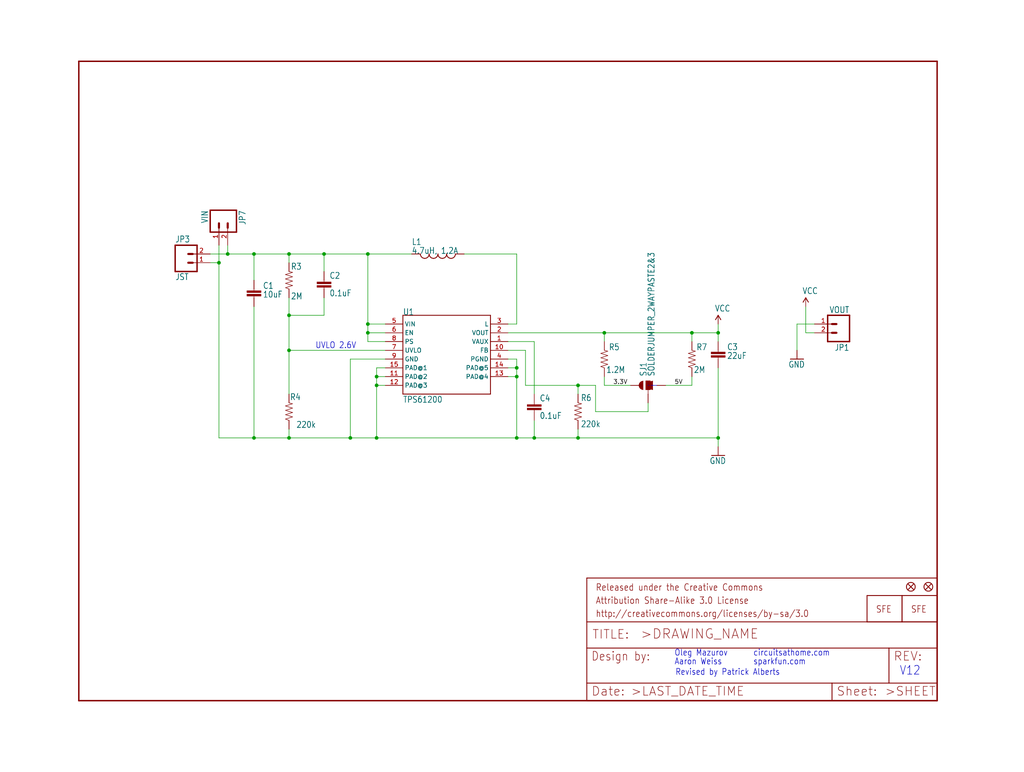
<source format=kicad_sch>
(kicad_sch (version 20211123) (generator eeschema)
  (paper "User" 297.002 223.926)
  (lib_symbols
    (symbol "schematicEagle-eagle-import:CAP0603-CAP"
      (property "Reference" "C" (at 1.524 2.921 0))
      (property "Value" "CAP0603-CAP" (at 1.524 -2.159 0))
      (symbol "CAP0603-CAP_1_0"
        (rectangle (start -2.032 0.508) (end 2.032 1.016) (fill (type outline)))
        (rectangle (start -2.032 1.524) (end 2.032 2.032) (fill (type outline)))
        (polyline (pts (xy 0 0) (xy 0 0.508)) (stroke (width 0.1524)))
        (polyline (pts (xy 0 2.54) (xy 0 2.032)) (stroke (width 0.1524)))
        (pin passive line (at 0 5.08 270) (length 2.54) (name "1") (number "1"))
        (pin passive line (at 0 -2.54 90) (length 2.54) (name "2") (number "2"))
      )
    )
    (symbol "schematicEagle-eagle-import:CAP0805"
      (property "Reference" "C" (at 1.524 2.921 0))
      (property "Value" "CAP0805" (at 1.524 -2.159 0))
      (symbol "CAP0805_1_0"
        (rectangle (start -2.032 0.508) (end 2.032 1.016) (fill (type outline)))
        (rectangle (start -2.032 1.524) (end 2.032 2.032) (fill (type outline)))
        (polyline (pts (xy 0 0) (xy 0 0.508)) (stroke (width 0.1524)))
        (polyline (pts (xy 0 2.54) (xy 0 2.032)) (stroke (width 0.1524)))
        (pin passive line (at 0 5.08 270) (length 2.54) (name "1") (number "1"))
        (pin passive line (at 0 -2.54 90) (length 2.54) (name "2") (number "2"))
      )
    )
    (symbol "schematicEagle-eagle-import:CAP1206"
      (property "Reference" "C" (at 1.524 2.921 0))
      (property "Value" "CAP1206" (at 1.524 -2.159 0))
      (symbol "CAP1206_1_0"
        (rectangle (start -2.032 0.508) (end 2.032 1.016) (fill (type outline)))
        (rectangle (start -2.032 1.524) (end 2.032 2.032) (fill (type outline)))
        (polyline (pts (xy 0 0) (xy 0 0.508)) (stroke (width 0.1524)))
        (polyline (pts (xy 0 2.54) (xy 0 2.032)) (stroke (width 0.1524)))
        (pin passive line (at 0 5.08 270) (length 2.54) (name "1") (number "1"))
        (pin passive line (at 0 -2.54 90) (length 2.54) (name "2") (number "2"))
      )
    )
    (symbol "schematicEagle-eagle-import:FIDUCIAL1X2"
      (symbol "FIDUCIAL1X2_1_0"
        (polyline (pts (xy -0.762 0.762) (xy 0.762 -0.762)) (stroke (width 0.254)))
        (polyline (pts (xy 0.762 0.762) (xy -0.762 -0.762)) (stroke (width 0.254)))
        (circle (center 0 0) (radius 1.27) (stroke (width 0.254)))
      )
    )
    (symbol "schematicEagle-eagle-import:FRAME-LETTER"
      (symbol "FRAME-LETTER_1_0"
        (polyline (pts (xy 0 0) (xy 248.92 0)) (stroke (width 0.4064)))
        (polyline (pts (xy 0 185.42) (xy 0 0)) (stroke (width 0.4064)))
        (polyline (pts (xy 0 185.42) (xy 248.92 185.42)) (stroke (width 0.4064)))
        (polyline (pts (xy 248.92 185.42) (xy 248.92 0)) (stroke (width 0.4064)))
      )
      (symbol "FRAME-LETTER_2_0"
        (polyline (pts (xy 0 0) (xy 0 5.08)) (stroke (width 0.254)))
        (polyline (pts (xy 0 0) (xy 71.12 0)) (stroke (width 0.254)))
        (polyline (pts (xy 0 5.08) (xy 0 15.24)) (stroke (width 0.254)))
        (polyline (pts (xy 0 5.08) (xy 71.12 5.08)) (stroke (width 0.254)))
        (polyline (pts (xy 0 15.24) (xy 0 22.86)) (stroke (width 0.254)))
        (polyline (pts (xy 0 22.86) (xy 0 35.56)) (stroke (width 0.254)))
        (polyline (pts (xy 0 22.86) (xy 101.6 22.86)) (stroke (width 0.254)))
        (polyline (pts (xy 71.12 0) (xy 101.6 0)) (stroke (width 0.254)))
        (polyline (pts (xy 71.12 5.08) (xy 71.12 0)) (stroke (width 0.254)))
        (polyline (pts (xy 71.12 5.08) (xy 87.63 5.08)) (stroke (width 0.254)))
        (polyline (pts (xy 87.63 5.08) (xy 101.6 5.08)) (stroke (width 0.254)))
        (polyline (pts (xy 87.63 15.24) (xy 0 15.24)) (stroke (width 0.254)))
        (polyline (pts (xy 87.63 15.24) (xy 87.63 5.08)) (stroke (width 0.254)))
        (polyline (pts (xy 101.6 5.08) (xy 101.6 0)) (stroke (width 0.254)))
        (polyline (pts (xy 101.6 15.24) (xy 87.63 15.24)) (stroke (width 0.254)))
        (polyline (pts (xy 101.6 15.24) (xy 101.6 5.08)) (stroke (width 0.254)))
        (polyline (pts (xy 101.6 22.86) (xy 101.6 15.24)) (stroke (width 0.254)))
        (polyline (pts (xy 101.6 35.56) (xy 0 35.56)) (stroke (width 0.254)))
        (polyline (pts (xy 101.6 35.56) (xy 101.6 22.86)) (stroke (width 0.254)))
        (text ">DRAWING_NAME" (at 15.494 17.78 0) (effects (font (size 2.7432 2.7432)) (justify left bottom)))
        (text ">LAST_DATE_TIME" (at 12.7 1.27 0) (effects (font (size 2.54 2.54)) (justify left bottom)))
        (text ">SHEET" (at 86.36 1.27 0) (effects (font (size 2.54 2.54)) (justify left bottom)))
        (text "Attribution Share-Alike 3.0 License" (at 2.54 27.94 0) (effects (font (size 1.9304 1.6408)) (justify left bottom)))
        (text "Date:" (at 1.27 1.27 0) (effects (font (size 2.54 2.54)) (justify left bottom)))
        (text "Design by:" (at 1.27 11.43 0) (effects (font (size 2.54 2.159)) (justify left bottom)))
        (text "http://creativecommons.org/licenses/by-sa/3.0" (at 2.54 24.13 0) (effects (font (size 1.9304 1.6408)) (justify left bottom)))
        (text "Released under the Creative Commons" (at 2.54 31.75 0) (effects (font (size 1.9304 1.6408)) (justify left bottom)))
        (text "REV:" (at 88.9 11.43 0) (effects (font (size 2.54 2.54)) (justify left bottom)))
        (text "Sheet:" (at 72.39 1.27 0) (effects (font (size 2.54 2.54)) (justify left bottom)))
        (text "TITLE:" (at 1.524 17.78 0) (effects (font (size 2.54 2.54)) (justify left bottom)))
      )
    )
    (symbol "schematicEagle-eagle-import:GND" (power)
      (property "Value" "GND" (at -2.54 -2.54 0))
      (symbol "GND_1_0"
        (polyline (pts (xy -1.905 0) (xy 1.905 0)) (stroke (width 0.254)))
        (pin power_in line (at 0 2.54 270) (length 2.54) (name "GND") (number "1"))
      )
    )
    (symbol "schematicEagle-eagle-import:INDUCTOR."
      (property "Reference" "L" (at 2.54 5.08 0))
      (property "Value" "INDUCTOR." (at 2.54 -5.08 0))
      (symbol "INDUCTOR._1_0"
        (arc (start 0 -5.08) (mid 0.898 -4.708) (end 1.27 -3.81) (stroke (width 0.254)))
        (arc (start 0 -2.54) (mid 0.898 -2.168) (end 1.27 -1.27) (stroke (width 0.254)))
        (arc (start 0 0) (mid 0.898 0.372) (end 1.27 1.27) (stroke (width 0.254)))
        (arc (start 0 2.54) (mid 0.898 2.912) (end 1.27 3.81) (stroke (width 0.254)))
        (arc (start 1.27 -3.81) (mid 0.898 -2.912) (end 0 -2.54) (stroke (width 0.254)))
        (arc (start 1.27 -1.27) (mid 0.898 -0.372) (end 0 0) (stroke (width 0.254)))
        (arc (start 1.27 1.27) (mid 0.898 2.168) (end 0 2.54) (stroke (width 0.254)))
        (arc (start 1.27 3.81) (mid 0.898 4.708) (end 0 5.08) (stroke (width 0.254)))
        (pin passive line (at 0 7.62 270) (length 2.54) (name "1") (number "P$1"))
        (pin passive line (at 0 -7.62 90) (length 2.54) (name "2") (number "P$2"))
      )
    )
    (symbol "schematicEagle-eagle-import:LOGO-SFENEW"
      (symbol "LOGO-SFENEW_1_0"
        (polyline (pts (xy -2.54 -2.54) (xy 7.62 -2.54)) (stroke (width 0.254)))
        (polyline (pts (xy -2.54 5.08) (xy -2.54 -2.54)) (stroke (width 0.254)))
        (polyline (pts (xy 7.62 -2.54) (xy 7.62 5.08)) (stroke (width 0.254)))
        (polyline (pts (xy 7.62 5.08) (xy -2.54 5.08)) (stroke (width 0.254)))
        (text "SFE" (at 0 0 0) (effects (font (size 1.9304 1.6408)) (justify left bottom)))
      )
    )
    (symbol "schematicEagle-eagle-import:LOGO-SFESK"
      (symbol "LOGO-SFESK_1_0"
        (polyline (pts (xy -2.54 -2.54) (xy 7.62 -2.54)) (stroke (width 0.254)))
        (polyline (pts (xy -2.54 5.08) (xy -2.54 -2.54)) (stroke (width 0.254)))
        (polyline (pts (xy 7.62 -2.54) (xy 7.62 5.08)) (stroke (width 0.254)))
        (polyline (pts (xy 7.62 5.08) (xy -2.54 5.08)) (stroke (width 0.254)))
        (text "SFE" (at 0 0 0) (effects (font (size 1.9304 1.6408)) (justify left bottom)))
      )
    )
    (symbol "schematicEagle-eagle-import:M02-JST-2MM-SMT"
      (property "Reference" "JP" (at -2.54 5.842 0))
      (property "Value" "M02-JST-2MM-SMT" (at -2.54 -5.08 0))
      (symbol "M02-JST-2MM-SMT_1_0"
        (polyline (pts (xy -2.54 5.08) (xy -2.54 -2.54)) (stroke (width 0.4064)))
        (polyline (pts (xy -2.54 5.08) (xy 3.81 5.08)) (stroke (width 0.4064)))
        (polyline (pts (xy 1.27 0) (xy 2.54 0)) (stroke (width 0.6096)))
        (polyline (pts (xy 1.27 2.54) (xy 2.54 2.54)) (stroke (width 0.6096)))
        (polyline (pts (xy 3.81 -2.54) (xy -2.54 -2.54)) (stroke (width 0.4064)))
        (polyline (pts (xy 3.81 -2.54) (xy 3.81 5.08)) (stroke (width 0.4064)))
        (pin passive line (at 7.62 0 180) (length 5.08) (name "1") (number "1"))
        (pin passive line (at 7.62 2.54 180) (length 5.08) (name "2") (number "2"))
      )
    )
    (symbol "schematicEagle-eagle-import:M02PTH"
      (property "Reference" "JP" (at -2.54 5.842 0))
      (property "Value" "M02PTH" (at -2.54 -5.08 0))
      (symbol "M02PTH_1_0"
        (polyline (pts (xy -2.54 5.08) (xy -2.54 -2.54)) (stroke (width 0.4064)))
        (polyline (pts (xy -2.54 5.08) (xy 3.81 5.08)) (stroke (width 0.4064)))
        (polyline (pts (xy 1.27 0) (xy 2.54 0)) (stroke (width 0.6096)))
        (polyline (pts (xy 1.27 2.54) (xy 2.54 2.54)) (stroke (width 0.6096)))
        (polyline (pts (xy 3.81 -2.54) (xy -2.54 -2.54)) (stroke (width 0.4064)))
        (polyline (pts (xy 3.81 -2.54) (xy 3.81 5.08)) (stroke (width 0.4064)))
        (pin passive line (at 7.62 0 180) (length 5.08) (name "1") (number "1"))
        (pin passive line (at 7.62 2.54 180) (length 5.08) (name "2") (number "2"))
      )
    )
    (symbol "schematicEagle-eagle-import:RESISTOR0603-RES"
      (property "Reference" "R" (at -3.81 1.4986 0))
      (property "Value" "RESISTOR0603-RES" (at -3.81 -3.302 0))
      (symbol "RESISTOR0603-RES_1_0"
        (polyline (pts (xy -2.54 0) (xy -2.159 1.016)) (stroke (width 0.1524)))
        (polyline (pts (xy -2.159 1.016) (xy -1.524 -1.016)) (stroke (width 0.1524)))
        (polyline (pts (xy -1.524 -1.016) (xy -0.889 1.016)) (stroke (width 0.1524)))
        (polyline (pts (xy -0.889 1.016) (xy -0.254 -1.016)) (stroke (width 0.1524)))
        (polyline (pts (xy -0.254 -1.016) (xy 0.381 1.016)) (stroke (width 0.1524)))
        (polyline (pts (xy 0.381 1.016) (xy 1.016 -1.016)) (stroke (width 0.1524)))
        (polyline (pts (xy 1.016 -1.016) (xy 1.651 1.016)) (stroke (width 0.1524)))
        (polyline (pts (xy 1.651 1.016) (xy 2.286 -1.016)) (stroke (width 0.1524)))
        (polyline (pts (xy 2.286 -1.016) (xy 2.54 0)) (stroke (width 0.1524)))
        (pin passive line (at -5.08 0 0) (length 2.54) (name "1") (number "1"))
        (pin passive line (at 5.08 0 180) (length 2.54) (name "2") (number "2"))
      )
    )
    (symbol "schematicEagle-eagle-import:SOLDERJUMPER_2WAYPASTE2&3"
      (property "Reference" "SJ" (at 2.54 0.381 0))
      (property "Value" "SOLDERJUMPER_2WAYPASTE2&3" (at 2.54 -1.905 0))
      (symbol "SOLDERJUMPER_2WAYPASTE2&3_1_0"
        (rectangle (start -1.27 -0.635) (end 1.27 0.635) (fill (type outline)))
        (polyline (pts (xy -2.54 0) (xy -1.27 0)) (stroke (width 0.1524)))
        (polyline (pts (xy -1.27 -0.635) (xy -1.27 0)) (stroke (width 0.1524)))
        (polyline (pts (xy -1.27 0) (xy -1.27 0.635)) (stroke (width 0.1524)))
        (polyline (pts (xy -1.27 0.635) (xy 1.27 0.635)) (stroke (width 0.1524)))
        (polyline (pts (xy 1.27 -0.635) (xy -1.27 -0.635)) (stroke (width 0.1524)))
        (polyline (pts (xy 1.27 0.635) (xy 1.27 -0.635)) (stroke (width 0.1524)))
        (arc (start 1.27 -1.397) (mid 0 -0.127) (end -1.27 -1.397) (stroke (width 0.0001)) (fill (type outline)))
        (arc (start 1.27 1.397) (mid 0 2.667) (end -1.27 1.397) (stroke (width 0.0001)) (fill (type outline)))
        (pin passive line (at 0 5.08 270) (length 2.54) (name "1") (number "1"))
        (pin passive line (at -5.08 0 0) (length 2.54) (name "2") (number "2"))
        (pin passive line (at 0 -5.08 90) (length 2.54) (name "3") (number "3"))
      )
    )
    (symbol "schematicEagle-eagle-import:TPS61200"
      (property "Reference" "U" (at -12.7 10.16 0))
      (property "Value" "TPS61200" (at -12.7 -15.24 0))
      (symbol "TPS61200_1_0"
        (polyline (pts (xy -12.7 -12.7) (xy 12.7 -12.7)) (stroke (width 0.254)))
        (polyline (pts (xy -12.7 10.16) (xy -12.7 -12.7)) (stroke (width 0.254)))
        (polyline (pts (xy 12.7 -12.7) (xy 12.7 10.16)) (stroke (width 0.254)))
        (polyline (pts (xy 12.7 10.16) (xy -12.7 10.16)) (stroke (width 0.254)))
        (pin passive line (at 17.78 2.54 180) (length 5.08) (name "VAUX") (number "1"))
        (pin passive line (at 17.78 0 180) (length 5.08) (name "FB") (number "10"))
        (pin power_in line (at -17.78 -7.62 0) (length 5.08) (name "PAD@2") (number "11"))
        (pin power_in line (at -17.78 -10.16 0) (length 5.08) (name "PAD@3") (number "12"))
        (pin power_in line (at 17.78 -7.62 180) (length 5.08) (name "PAD@4") (number "13"))
        (pin power_in line (at 17.78 -5.08 180) (length 5.08) (name "PAD@5") (number "14"))
        (pin power_in line (at -17.78 -5.08 0) (length 5.08) (name "PAD@1") (number "15"))
        (pin passive line (at 17.78 5.08 180) (length 5.08) (name "VOUT") (number "2"))
        (pin passive line (at 17.78 7.62 180) (length 5.08) (name "L") (number "3"))
        (pin power_in line (at 17.78 -2.54 180) (length 5.08) (name "PGND") (number "4"))
        (pin power_in line (at -17.78 7.62 0) (length 5.08) (name "VIN") (number "5"))
        (pin input line (at -17.78 5.08 0) (length 5.08) (name "EN") (number "6"))
        (pin passive line (at -17.78 0 0) (length 5.08) (name "UVLO") (number "7"))
        (pin input line (at -17.78 2.54 0) (length 5.08) (name "PS") (number "8"))
        (pin power_in line (at -17.78 -2.54 0) (length 5.08) (name "GND") (number "9"))
      )
    )
    (symbol "schematicEagle-eagle-import:VCC" (power)
      (property "Value" "VCC" (at -1.016 3.556 0))
      (symbol "VCC_1_0"
        (polyline (pts (xy 0 2.54) (xy -0.762 1.27)) (stroke (width 0.254)))
        (polyline (pts (xy 0.762 1.27) (xy 0 2.54)) (stroke (width 0.254)))
        (pin power_in line (at 0 0 90) (length 2.54) (name "VCC") (number "1"))
      )
    )
  )
  (junction (at 149.86 109.22))
  (junction (at 83.82 101.6))
  (junction (at 83.82 73.66))
  (junction (at 109.22 111.76))
  (junction (at 167.64 127))
  (junction (at 154.94 127))
  (junction (at 109.22 109.22))
  (junction (at 93.98 73.66))
  (junction (at 66.04 73.66))
  (junction (at 106.68 93.98))
  (junction (at 175.26 96.52))
  (junction (at 106.68 73.66))
  (junction (at 200.66 96.52))
  (junction (at 149.86 106.68))
  (junction (at 208.28 96.52))
  (junction (at 167.64 111.76))
  (junction (at 106.68 96.52))
  (junction (at 83.82 127))
  (junction (at 109.22 127))
  (junction (at 73.66 127))
  (junction (at 101.6 127))
  (junction (at 73.66 73.66))
  (junction (at 83.82 91.44))
  (junction (at 63.5 76.2))
  (junction (at 208.28 127))
  (junction (at 149.86 127))
  (polyline (pts (xy 190.5 111.76) (xy 187.96 111.76)))
  (wire (pts (xy 101.6 104.14) (xy 101.6 127)))
  (wire (pts (xy 93.98 86.36) (xy 93.98 91.44)))
  (wire (pts (xy 111.76 111.76) (xy 109.22 111.76)))
  (wire (pts (xy 73.66 73.66) (xy 83.82 73.66)))
  (wire (pts (xy 109.22 111.76) (xy 109.22 127)))
  (wire (pts (xy 236.22 93.98) (xy 231.14 93.98)))
  (wire (pts (xy 187.96 119.38) (xy 187.96 116.84)))
  (wire (pts (xy 147.32 109.22) (xy 149.86 109.22)))
  (wire (pts (xy 200.66 96.52) (xy 200.66 99.06)))
  (wire (pts (xy 66.04 73.66) (xy 73.66 73.66)))
  (wire (pts (xy 167.64 124.46) (xy 167.64 127)))
  (wire (pts (xy 208.28 96.52) (xy 200.66 96.52)))
  (wire (pts (xy 109.22 109.22) (xy 109.22 111.76)))
  (wire (pts (xy 152.4 101.6) (xy 152.4 111.76)))
  (wire (pts (xy 93.98 91.44) (xy 83.82 91.44)))
  (wire (pts (xy 149.86 93.98) (xy 149.86 73.66)))
  (wire (pts (xy 60.96 73.66) (xy 66.04 73.66)))
  (wire (pts (xy 175.26 109.22) (xy 175.26 111.76)))
  (wire (pts (xy 73.66 81.28) (xy 73.66 73.66)))
  (wire (pts (xy 83.82 91.44) (xy 83.82 101.6)))
  (wire (pts (xy 106.68 99.06) (xy 106.68 96.52)))
  (wire (pts (xy 93.98 73.66) (xy 106.68 73.66)))
  (wire (pts (xy 119.38 73.66) (xy 106.68 73.66)))
  (wire (pts (xy 167.64 114.3) (xy 167.64 111.76)))
  (wire (pts (xy 109.22 127) (xy 149.86 127)))
  (wire (pts (xy 167.64 111.76) (xy 172.72 111.76)))
  (wire (pts (xy 83.82 86.36) (xy 83.82 91.44)))
  (wire (pts (xy 149.86 109.22) (xy 149.86 127)))
  (wire (pts (xy 233.68 96.52) (xy 233.68 88.9)))
  (wire (pts (xy 147.32 106.68) (xy 149.86 106.68)))
  (wire (pts (xy 149.86 104.14) (xy 149.86 106.68)))
  (wire (pts (xy 83.82 101.6) (xy 83.82 114.3)))
  (wire (pts (xy 63.5 127) (xy 73.66 127)))
  (wire (pts (xy 83.82 76.2) (xy 83.82 73.66)))
  (wire (pts (xy 83.82 127) (xy 101.6 127)))
  (wire (pts (xy 109.22 106.68) (xy 109.22 109.22)))
  (wire (pts (xy 111.76 104.14) (xy 101.6 104.14)))
  (wire (pts (xy 73.66 88.9) (xy 73.66 127)))
  (wire (pts (xy 172.72 119.38) (xy 187.96 119.38)))
  (wire (pts (xy 111.76 106.68) (xy 109.22 106.68)))
  (wire (pts (xy 147.32 93.98) (xy 149.86 93.98)))
  (wire (pts (xy 200.66 111.76) (xy 200.66 109.22)))
  (wire (pts (xy 106.68 73.66) (xy 106.68 93.98)))
  (wire (pts (xy 175.26 99.06) (xy 175.26 96.52)))
  (wire (pts (xy 73.66 127) (xy 83.82 127)))
  (wire (pts (xy 147.32 101.6) (xy 152.4 101.6)))
  (wire (pts (xy 63.5 71.12) (xy 63.5 76.2)))
  (wire (pts (xy 175.26 111.76) (xy 182.88 111.76)))
  (wire (pts (xy 236.22 96.52) (xy 233.68 96.52)))
  (wire (pts (xy 93.98 78.74) (xy 93.98 73.66)))
  (wire (pts (xy 154.94 121.92) (xy 154.94 127)))
  (wire (pts (xy 154.94 99.06) (xy 147.32 99.06)))
  (wire (pts (xy 66.04 71.12) (xy 66.04 73.66)))
  (wire (pts (xy 167.64 111.76) (xy 152.4 111.76)))
  (wire (pts (xy 175.26 96.52) (xy 147.32 96.52)))
  (wire (pts (xy 111.76 101.6) (xy 83.82 101.6)))
  (wire (pts (xy 63.5 76.2) (xy 60.96 76.2)))
  (wire (pts (xy 154.94 114.3) (xy 154.94 99.06)))
  (wire (pts (xy 111.76 99.06) (xy 106.68 99.06)))
  (wire (pts (xy 231.14 93.98) (xy 231.14 101.6)))
  (wire (pts (xy 208.28 96.52) (xy 208.28 93.98)))
  (wire (pts (xy 208.28 99.06) (xy 208.28 96.52)))
  (wire (pts (xy 134.62 73.66) (xy 149.86 73.66)))
  (wire (pts (xy 111.76 96.52) (xy 106.68 96.52)))
  (wire (pts (xy 175.26 96.52) (xy 200.66 96.52)))
  (wire (pts (xy 149.86 127) (xy 154.94 127)))
  (wire (pts (xy 83.82 124.46) (xy 83.82 127)))
  (wire (pts (xy 149.86 106.68) (xy 149.86 109.22)))
  (wire (pts (xy 147.32 104.14) (xy 149.86 104.14)))
  (wire (pts (xy 63.5 76.2) (xy 63.5 127)))
  (wire (pts (xy 208.28 127) (xy 167.64 127)))
  (wire (pts (xy 208.28 127) (xy 208.28 129.54)))
  (wire (pts (xy 172.72 111.76) (xy 172.72 119.38)))
  (wire (pts (xy 193.04 111.76) (xy 200.66 111.76)))
  (wire (pts (xy 111.76 93.98) (xy 106.68 93.98)))
  (wire (pts (xy 101.6 127) (xy 109.22 127)))
  (wire (pts (xy 111.76 109.22) (xy 109.22 109.22)))
  (wire (pts (xy 167.64 127) (xy 154.94 127)))
  (wire (pts (xy 106.68 96.52) (xy 106.68 93.98)))
  (wire (pts (xy 208.28 106.68) (xy 208.28 127)))
  (wire (pts (xy 83.82 73.66) (xy 93.98 73.66)))
  (text "UVLO 2.6V" (at 91.44 101.346 180) (effects (font (size 1.778 1.5113)) (justify left bottom)))
  (text "circuitsathome.com" (at 218.44 190.5 180) (effects (font (size 1.778 1.5113)) (justify left bottom)))
  (text "V12" (at 260.858 196.088 180) (effects (font (size 2.54 2.159)) (justify left bottom)))
  (text "Aaron Weiss" (at 195.58 193.04 180) (effects (font (size 1.778 1.5113)) (justify left bottom)))
  (text "Revised by Patrick Alberts" (at 195.834 196.088 180) (effects (font (size 1.778 1.5113)) (justify left bottom)))
  (text "Oleg Mazurov" (at 195.58 190.5 180) (effects (font (size 1.778 1.5113)) (justify left bottom)))
  (text "sparkfun.com" (at 218.44 193.04 180) (effects (font (size 1.778 1.5113)) (justify left bottom)))
  (label "5V" (at 195.58 111.76 0) (effects (font (size 1.2446 1.2446))))
  (label "3.3V" (at 177.8 111.76 0) (effects (font (size 1.2446 1.2446))))
  (symbol (lib_id "schematicEagle-eagle-import:M02-JST-2MM-SMT") (at 53.34 76.2 0) (unit 1)
    (property "Reference" "JP3" (at 50.8 70.358 0) (effects (font (size 1.778 1.5113)) (justify left bottom)))
    (property "Value" "JST" (at 50.8 81.28 0) (effects (font (size 1.778 1.5113)) (justify left bottom)))
    (property "Footprint" "schematicEagle:JST-2-SMD" (effects hide))
  )
  (symbol (lib_id "schematicEagle-eagle-import:RESISTOR0603-RES") (at 167.64 119.38 90) (unit 1)
    (property "Reference" "R6" (at 168.402 116.3574 90) (effects (font (size 1.778 1.5113)) (justify right top)))
    (property "Value" "220k" (at 168.402 123.952 90) (effects (font (size 1.778 1.5113)) (justify right top)))
    (property "Footprint" "schematicEagle:0603-RES" (effects hide))
  )
  (symbol (lib_id "schematicEagle-eagle-import:VCC") (at 208.28 93.98 0) (unit 1)
    (property "Reference" "#P+1" (effects hide))
    (property "Value" "VCC" (at 207.264 90.424 0) (effects (font (size 1.778 1.5113)) (justify left bottom)))
    (property "Footprint" "schematicEagle:" (effects hide))
  )
  (symbol (lib_id "schematicEagle-eagle-import:FRAME-LETTER") (at 22.86 203.2 0) (unit 1)
    (property "Reference" "FRAME1" (effects hide))
    (property "Value" "FRAME-LETTER" (effects hide))
    (property "Footprint" "schematicEagle:CREATIVE_COMMONS" (effects hide))
  )
  (symbol (lib_id "schematicEagle-eagle-import:FRAME-LETTER") (at 170.18 203.2 0) (unit 2)
    (property "Reference" "FRAME1" (effects hide))
    (property "Value" "FRAME-LETTER" (effects hide))
    (property "Footprint" "schematicEagle:CREATIVE_COMMONS" (effects hide))
  )
  (symbol (lib_id "schematicEagle-eagle-import:INDUCTOR.") (at 127 73.66 270) (unit 1)
    (property "Reference" "L1" (at 119.38 71.12 90) (effects (font (size 1.778 1.5113)) (justify left bottom)))
    (property "Value" "4.7uH, 1.2A" (at 119.38 73.66 90) (effects (font (size 1.778 1.5113)) (justify left bottom)))
    (property "Footprint" "schematicEagle:CDRH2D09" (effects hide))
  )
  (symbol (lib_id "schematicEagle-eagle-import:SOLDERJUMPER_2WAYPASTE2&3") (at 187.96 111.76 90) (unit 1)
    (property "Reference" "SJ1" (at 187.579 109.22 0) (effects (font (size 1.778 1.5113)) (justify left bottom)))
    (property "Value" "SOLDERJUMPER_2WAYPASTE2&3" (at 189.865 109.22 0) (effects (font (size 1.778 1.5113)) (justify left bottom)))
    (property "Footprint" "schematicEagle:SJ_3_PASTE2&3" (effects hide))
  )
  (symbol (lib_id "schematicEagle-eagle-import:RESISTOR0603-RES") (at 175.26 104.14 90) (unit 1)
    (property "Reference" "R5" (at 176.53 101.6254 90) (effects (font (size 1.778 1.5113)) (justify right top)))
    (property "Value" "1.2M" (at 175.768 108.204 90) (effects (font (size 1.778 1.5113)) (justify right top)))
    (property "Footprint" "schematicEagle:0603-RES" (effects hide))
  )
  (symbol (lib_id "schematicEagle-eagle-import:VCC") (at 233.68 88.9 0) (unit 1)
    (property "Reference" "#P+2" (effects hide))
    (property "Value" "VCC" (at 232.664 85.344 0) (effects (font (size 1.778 1.5113)) (justify left bottom)))
    (property "Footprint" "schematicEagle:" (effects hide))
  )
  (symbol (lib_id "schematicEagle-eagle-import:GND") (at 208.28 132.08 0) (unit 1)
    (property "Reference" "#GND1" (effects hide))
    (property "Value" "GND" (at 205.74 134.62 0) (effects (font (size 1.778 1.5113)) (justify left bottom)))
    (property "Footprint" "schematicEagle:" (effects hide))
  )
  (symbol (lib_id "schematicEagle-eagle-import:M02PTH") (at 63.5 63.5 270) (unit 1)
    (property "Reference" "JP7" (at 69.342 60.96 0) (effects (font (size 1.778 1.5113)) (justify left bottom)))
    (property "Value" "VIN" (at 58.42 60.96 0) (effects (font (size 1.778 1.5113)) (justify left bottom)))
    (property "Footprint" "schematicEagle:1X02" (effects hide))
  )
  (symbol (lib_id "schematicEagle-eagle-import:CAP0805") (at 208.28 104.14 0) (unit 1)
    (property "Reference" "C3" (at 210.82 101.6 0) (effects (font (size 1.778 1.5113)) (justify left bottom)))
    (property "Value" "22uF" (at 210.82 104.14 0) (effects (font (size 1.778 1.5113)) (justify left bottom)))
    (property "Footprint" "schematicEagle:0805" (effects hide))
  )
  (symbol (lib_id "schematicEagle-eagle-import:LOGO-SFENEW") (at 254 177.8 0) (unit 1)
    (property "Reference" "JP6" (effects hide))
    (property "Value" "LOGO-SFENEW" (effects hide))
    (property "Footprint" "schematicEagle:SFE-NEW-WEBLOGO" (effects hide))
  )
  (symbol (lib_id "schematicEagle-eagle-import:CAP0603-CAP") (at 154.94 119.38 0) (unit 1)
    (property "Reference" "C4" (at 156.464 116.459 0) (effects (font (size 1.778 1.5113)) (justify left bottom)))
    (property "Value" "0.1uF" (at 156.464 121.539 0) (effects (font (size 1.778 1.5113)) (justify left bottom)))
    (property "Footprint" "schematicEagle:0603-CAP" (effects hide))
  )
  (symbol (lib_id "schematicEagle-eagle-import:GND") (at 231.14 104.14 0) (unit 1)
    (property "Reference" "#GND2" (effects hide))
    (property "Value" "GND" (at 228.6 106.68 0) (effects (font (size 1.778 1.5113)) (justify left bottom)))
    (property "Footprint" "schematicEagle:" (effects hide))
  )
  (symbol (lib_id "schematicEagle-eagle-import:LOGO-SFESK") (at 264.16 177.8 0) (unit 1)
    (property "Reference" "JP2" (effects hide))
    (property "Value" "LOGO-SFESK" (effects hide))
    (property "Footprint" "schematicEagle:SFE-LOGO-FLAME" (effects hide))
  )
  (symbol (lib_id "schematicEagle-eagle-import:FIDUCIAL1X2") (at 264.16 170.18 0) (unit 1)
    (property "Reference" "JP5" (effects hide))
    (property "Value" "FIDUCIAL1X2" (effects hide))
    (property "Footprint" "schematicEagle:FIDUCIAL-1X2" (effects hide))
  )
  (symbol (lib_id "schematicEagle-eagle-import:RESISTOR0603-RES") (at 83.82 81.28 90) (unit 1)
    (property "Reference" "R3" (at 84.328 78.2574 90) (effects (font (size 1.778 1.5113)) (justify right top)))
    (property "Value" "2M" (at 84.328 86.868 90) (effects (font (size 1.778 1.5113)) (justify right top)))
    (property "Footprint" "schematicEagle:0603-RES" (effects hide))
  )
  (symbol (lib_id "schematicEagle-eagle-import:M02PTH") (at 243.84 93.98 180) (unit 1)
    (property "Reference" "JP1" (at 246.38 99.822 0) (effects (font (size 1.778 1.5113)) (justify left bottom)))
    (property "Value" "VOUT" (at 246.38 88.9 0) (effects (font (size 1.778 1.5113)) (justify left bottom)))
    (property "Footprint" "schematicEagle:1X02" (effects hide))
  )
  (symbol (lib_id "schematicEagle-eagle-import:CAP0603-CAP") (at 93.98 83.82 0) (unit 1)
    (property "Reference" "C2" (at 95.504 80.899 0) (effects (font (size 1.778 1.5113)) (justify left bottom)))
    (property "Value" "0.1uF" (at 95.504 85.979 0) (effects (font (size 1.778 1.5113)) (justify left bottom)))
    (property "Footprint" "schematicEagle:0603-CAP" (effects hide))
  )
  (symbol (lib_id "schematicEagle-eagle-import:FIDUCIAL1X2") (at 269.24 170.18 0) (unit 1)
    (property "Reference" "JP4" (effects hide))
    (property "Value" "FIDUCIAL1X2" (effects hide))
    (property "Footprint" "schematicEagle:FIDUCIAL-1X2" (effects hide))
  )
  (symbol (lib_id "schematicEagle-eagle-import:RESISTOR0603-RES") (at 200.66 104.14 90) (unit 1)
    (property "Reference" "R7" (at 201.93 101.6254 90) (effects (font (size 1.778 1.5113)) (justify right top)))
    (property "Value" "2M" (at 201.168 108.204 90) (effects (font (size 1.778 1.5113)) (justify right top)))
    (property "Footprint" "schematicEagle:0603-RES" (effects hide))
  )
  (symbol (lib_id "schematicEagle-eagle-import:TPS61200") (at 129.54 101.6 0) (unit 1)
    (property "Reference" "U1" (at 116.84 91.44 0) (effects (font (size 1.778 1.5113)) (justify left bottom)))
    (property "Value" "TPS61200" (at 116.84 116.84 0) (effects (font (size 1.778 1.5113)) (justify left bottom)))
    (property "Footprint" "schematicEagle:QFN-10_PAD" (effects hide))
  )
  (symbol (lib_id "schematicEagle-eagle-import:RESISTOR0603-RES") (at 83.82 119.38 90) (unit 1)
    (property "Reference" "R4" (at 84.074 116.1034 90) (effects (font (size 1.778 1.5113)) (justify right top)))
    (property "Value" "220k" (at 91.694 122.174 90) (effects (font (size 1.778 1.5113)) (justify left bottom)))
    (property "Footprint" "schematicEagle:0603-RES" (effects hide))
  )
  (symbol (lib_id "schematicEagle-eagle-import:CAP1206") (at 73.66 86.36 0) (unit 1)
    (property "Reference" "C1" (at 76.2 83.82 0) (effects (font (size 1.778 1.5113)) (justify left bottom)))
    (property "Value" "10uF" (at 76.2 86.36 0) (effects (font (size 1.778 1.5113)) (justify left bottom)))
    (property "Footprint" "schematicEagle:1206" (effects hide))
  )
)
</source>
